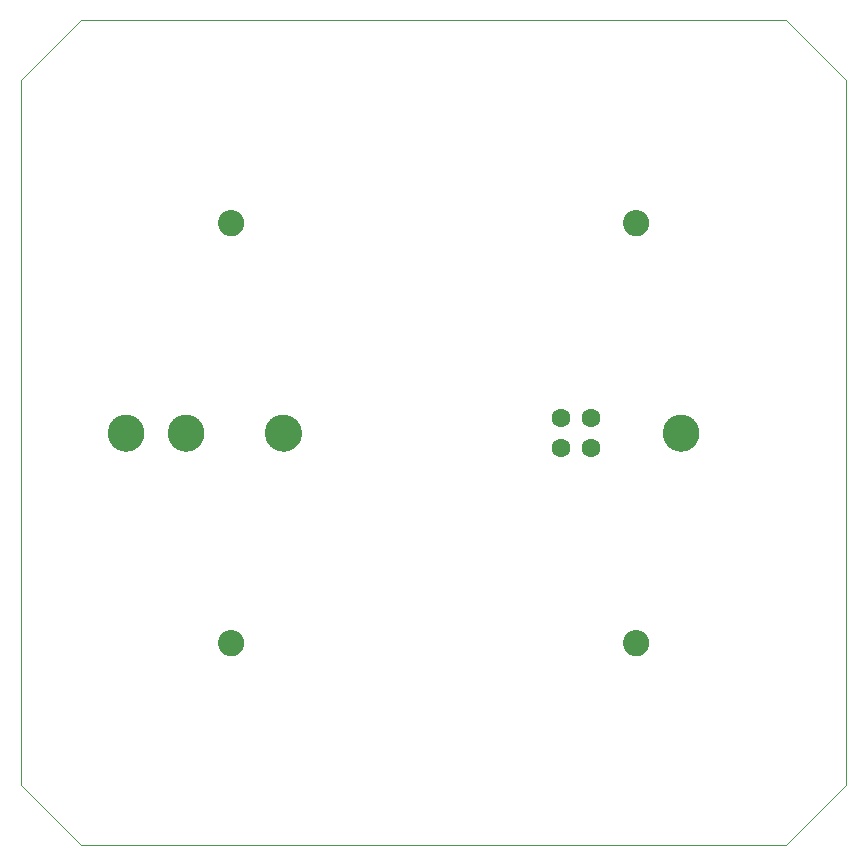
<source format=gbs>
G75*
%MOIN*%
%OFA0B0*%
%FSLAX25Y25*%
%IPPOS*%
%LPD*%
%AMOC8*
5,1,8,0,0,1.08239X$1,22.5*
%
%ADD10C,0.00000*%
%ADD11C,0.12211*%
%ADD12C,0.08668*%
%ADD13C,0.06306*%
D10*
X0033342Y0048933D02*
X0033342Y0283933D01*
X0053342Y0303933D01*
X0058302Y0303894D01*
X0053342Y0303933D02*
X0288342Y0303933D01*
X0308342Y0283933D01*
X0308342Y0048933D01*
X0288342Y0028933D01*
X0053342Y0028933D01*
X0033342Y0048933D01*
X0099208Y0096433D02*
X0099210Y0096561D01*
X0099216Y0096689D01*
X0099226Y0096816D01*
X0099240Y0096944D01*
X0099257Y0097070D01*
X0099279Y0097196D01*
X0099305Y0097322D01*
X0099334Y0097446D01*
X0099367Y0097570D01*
X0099404Y0097692D01*
X0099445Y0097813D01*
X0099490Y0097933D01*
X0099538Y0098052D01*
X0099590Y0098169D01*
X0099646Y0098284D01*
X0099705Y0098398D01*
X0099767Y0098509D01*
X0099833Y0098619D01*
X0099902Y0098726D01*
X0099975Y0098832D01*
X0100051Y0098935D01*
X0100130Y0099035D01*
X0100212Y0099134D01*
X0100297Y0099229D01*
X0100385Y0099322D01*
X0100476Y0099412D01*
X0100569Y0099499D01*
X0100666Y0099584D01*
X0100764Y0099665D01*
X0100866Y0099743D01*
X0100969Y0099818D01*
X0101075Y0099890D01*
X0101183Y0099959D01*
X0101293Y0100024D01*
X0101406Y0100085D01*
X0101520Y0100144D01*
X0101635Y0100198D01*
X0101753Y0100249D01*
X0101871Y0100297D01*
X0101992Y0100340D01*
X0102113Y0100380D01*
X0102236Y0100416D01*
X0102360Y0100449D01*
X0102485Y0100477D01*
X0102610Y0100502D01*
X0102736Y0100522D01*
X0102863Y0100539D01*
X0102991Y0100552D01*
X0103118Y0100561D01*
X0103246Y0100566D01*
X0103374Y0100567D01*
X0103502Y0100564D01*
X0103630Y0100557D01*
X0103757Y0100546D01*
X0103884Y0100531D01*
X0104011Y0100513D01*
X0104137Y0100490D01*
X0104262Y0100463D01*
X0104386Y0100433D01*
X0104509Y0100399D01*
X0104632Y0100361D01*
X0104753Y0100319D01*
X0104872Y0100273D01*
X0104990Y0100224D01*
X0105107Y0100171D01*
X0105222Y0100115D01*
X0105335Y0100055D01*
X0105446Y0099992D01*
X0105555Y0099925D01*
X0105662Y0099855D01*
X0105767Y0099781D01*
X0105869Y0099705D01*
X0105969Y0099625D01*
X0106067Y0099542D01*
X0106162Y0099456D01*
X0106254Y0099367D01*
X0106343Y0099276D01*
X0106430Y0099182D01*
X0106513Y0099085D01*
X0106594Y0098985D01*
X0106671Y0098884D01*
X0106746Y0098779D01*
X0106817Y0098673D01*
X0106884Y0098564D01*
X0106949Y0098454D01*
X0107009Y0098341D01*
X0107067Y0098227D01*
X0107120Y0098111D01*
X0107170Y0097993D01*
X0107217Y0097874D01*
X0107260Y0097753D01*
X0107299Y0097631D01*
X0107334Y0097508D01*
X0107365Y0097384D01*
X0107393Y0097259D01*
X0107416Y0097133D01*
X0107436Y0097007D01*
X0107452Y0096880D01*
X0107464Y0096753D01*
X0107472Y0096625D01*
X0107476Y0096497D01*
X0107476Y0096369D01*
X0107472Y0096241D01*
X0107464Y0096113D01*
X0107452Y0095986D01*
X0107436Y0095859D01*
X0107416Y0095733D01*
X0107393Y0095607D01*
X0107365Y0095482D01*
X0107334Y0095358D01*
X0107299Y0095235D01*
X0107260Y0095113D01*
X0107217Y0094992D01*
X0107170Y0094873D01*
X0107120Y0094755D01*
X0107067Y0094639D01*
X0107009Y0094525D01*
X0106949Y0094412D01*
X0106884Y0094302D01*
X0106817Y0094193D01*
X0106746Y0094087D01*
X0106671Y0093982D01*
X0106594Y0093881D01*
X0106513Y0093781D01*
X0106430Y0093684D01*
X0106343Y0093590D01*
X0106254Y0093499D01*
X0106162Y0093410D01*
X0106067Y0093324D01*
X0105969Y0093241D01*
X0105869Y0093161D01*
X0105767Y0093085D01*
X0105662Y0093011D01*
X0105555Y0092941D01*
X0105446Y0092874D01*
X0105335Y0092811D01*
X0105222Y0092751D01*
X0105107Y0092695D01*
X0104990Y0092642D01*
X0104872Y0092593D01*
X0104753Y0092547D01*
X0104632Y0092505D01*
X0104509Y0092467D01*
X0104386Y0092433D01*
X0104262Y0092403D01*
X0104137Y0092376D01*
X0104011Y0092353D01*
X0103884Y0092335D01*
X0103757Y0092320D01*
X0103630Y0092309D01*
X0103502Y0092302D01*
X0103374Y0092299D01*
X0103246Y0092300D01*
X0103118Y0092305D01*
X0102991Y0092314D01*
X0102863Y0092327D01*
X0102736Y0092344D01*
X0102610Y0092364D01*
X0102485Y0092389D01*
X0102360Y0092417D01*
X0102236Y0092450D01*
X0102113Y0092486D01*
X0101992Y0092526D01*
X0101871Y0092569D01*
X0101753Y0092617D01*
X0101635Y0092668D01*
X0101520Y0092722D01*
X0101406Y0092781D01*
X0101293Y0092842D01*
X0101183Y0092907D01*
X0101075Y0092976D01*
X0100969Y0093048D01*
X0100866Y0093123D01*
X0100764Y0093201D01*
X0100666Y0093282D01*
X0100569Y0093367D01*
X0100476Y0093454D01*
X0100385Y0093544D01*
X0100297Y0093637D01*
X0100212Y0093732D01*
X0100130Y0093831D01*
X0100051Y0093931D01*
X0099975Y0094034D01*
X0099902Y0094140D01*
X0099833Y0094247D01*
X0099767Y0094357D01*
X0099705Y0094468D01*
X0099646Y0094582D01*
X0099590Y0094697D01*
X0099538Y0094814D01*
X0099490Y0094933D01*
X0099445Y0095053D01*
X0099404Y0095174D01*
X0099367Y0095296D01*
X0099334Y0095420D01*
X0099305Y0095544D01*
X0099279Y0095670D01*
X0099257Y0095796D01*
X0099240Y0095922D01*
X0099226Y0096050D01*
X0099216Y0096177D01*
X0099210Y0096305D01*
X0099208Y0096433D01*
X0082436Y0166433D02*
X0082438Y0166586D01*
X0082444Y0166740D01*
X0082454Y0166893D01*
X0082468Y0167045D01*
X0082486Y0167198D01*
X0082508Y0167349D01*
X0082533Y0167500D01*
X0082563Y0167651D01*
X0082597Y0167801D01*
X0082634Y0167949D01*
X0082675Y0168097D01*
X0082720Y0168243D01*
X0082769Y0168389D01*
X0082822Y0168533D01*
X0082878Y0168675D01*
X0082938Y0168816D01*
X0083002Y0168956D01*
X0083069Y0169094D01*
X0083140Y0169230D01*
X0083215Y0169364D01*
X0083292Y0169496D01*
X0083374Y0169626D01*
X0083458Y0169754D01*
X0083546Y0169880D01*
X0083637Y0170003D01*
X0083731Y0170124D01*
X0083829Y0170242D01*
X0083929Y0170358D01*
X0084033Y0170471D01*
X0084139Y0170582D01*
X0084248Y0170690D01*
X0084360Y0170795D01*
X0084474Y0170896D01*
X0084592Y0170995D01*
X0084711Y0171091D01*
X0084833Y0171184D01*
X0084958Y0171273D01*
X0085085Y0171360D01*
X0085214Y0171442D01*
X0085345Y0171522D01*
X0085478Y0171598D01*
X0085613Y0171671D01*
X0085750Y0171740D01*
X0085889Y0171805D01*
X0086029Y0171867D01*
X0086171Y0171925D01*
X0086314Y0171980D01*
X0086459Y0172031D01*
X0086605Y0172078D01*
X0086752Y0172121D01*
X0086900Y0172160D01*
X0087049Y0172196D01*
X0087199Y0172227D01*
X0087350Y0172255D01*
X0087501Y0172279D01*
X0087654Y0172299D01*
X0087806Y0172315D01*
X0087959Y0172327D01*
X0088112Y0172335D01*
X0088265Y0172339D01*
X0088419Y0172339D01*
X0088572Y0172335D01*
X0088725Y0172327D01*
X0088878Y0172315D01*
X0089030Y0172299D01*
X0089183Y0172279D01*
X0089334Y0172255D01*
X0089485Y0172227D01*
X0089635Y0172196D01*
X0089784Y0172160D01*
X0089932Y0172121D01*
X0090079Y0172078D01*
X0090225Y0172031D01*
X0090370Y0171980D01*
X0090513Y0171925D01*
X0090655Y0171867D01*
X0090795Y0171805D01*
X0090934Y0171740D01*
X0091071Y0171671D01*
X0091206Y0171598D01*
X0091339Y0171522D01*
X0091470Y0171442D01*
X0091599Y0171360D01*
X0091726Y0171273D01*
X0091851Y0171184D01*
X0091973Y0171091D01*
X0092092Y0170995D01*
X0092210Y0170896D01*
X0092324Y0170795D01*
X0092436Y0170690D01*
X0092545Y0170582D01*
X0092651Y0170471D01*
X0092755Y0170358D01*
X0092855Y0170242D01*
X0092953Y0170124D01*
X0093047Y0170003D01*
X0093138Y0169880D01*
X0093226Y0169754D01*
X0093310Y0169626D01*
X0093392Y0169496D01*
X0093469Y0169364D01*
X0093544Y0169230D01*
X0093615Y0169094D01*
X0093682Y0168956D01*
X0093746Y0168816D01*
X0093806Y0168675D01*
X0093862Y0168533D01*
X0093915Y0168389D01*
X0093964Y0168243D01*
X0094009Y0168097D01*
X0094050Y0167949D01*
X0094087Y0167801D01*
X0094121Y0167651D01*
X0094151Y0167500D01*
X0094176Y0167349D01*
X0094198Y0167198D01*
X0094216Y0167045D01*
X0094230Y0166893D01*
X0094240Y0166740D01*
X0094246Y0166586D01*
X0094248Y0166433D01*
X0094246Y0166280D01*
X0094240Y0166126D01*
X0094230Y0165973D01*
X0094216Y0165821D01*
X0094198Y0165668D01*
X0094176Y0165517D01*
X0094151Y0165366D01*
X0094121Y0165215D01*
X0094087Y0165065D01*
X0094050Y0164917D01*
X0094009Y0164769D01*
X0093964Y0164623D01*
X0093915Y0164477D01*
X0093862Y0164333D01*
X0093806Y0164191D01*
X0093746Y0164050D01*
X0093682Y0163910D01*
X0093615Y0163772D01*
X0093544Y0163636D01*
X0093469Y0163502D01*
X0093392Y0163370D01*
X0093310Y0163240D01*
X0093226Y0163112D01*
X0093138Y0162986D01*
X0093047Y0162863D01*
X0092953Y0162742D01*
X0092855Y0162624D01*
X0092755Y0162508D01*
X0092651Y0162395D01*
X0092545Y0162284D01*
X0092436Y0162176D01*
X0092324Y0162071D01*
X0092210Y0161970D01*
X0092092Y0161871D01*
X0091973Y0161775D01*
X0091851Y0161682D01*
X0091726Y0161593D01*
X0091599Y0161506D01*
X0091470Y0161424D01*
X0091339Y0161344D01*
X0091206Y0161268D01*
X0091071Y0161195D01*
X0090934Y0161126D01*
X0090795Y0161061D01*
X0090655Y0160999D01*
X0090513Y0160941D01*
X0090370Y0160886D01*
X0090225Y0160835D01*
X0090079Y0160788D01*
X0089932Y0160745D01*
X0089784Y0160706D01*
X0089635Y0160670D01*
X0089485Y0160639D01*
X0089334Y0160611D01*
X0089183Y0160587D01*
X0089030Y0160567D01*
X0088878Y0160551D01*
X0088725Y0160539D01*
X0088572Y0160531D01*
X0088419Y0160527D01*
X0088265Y0160527D01*
X0088112Y0160531D01*
X0087959Y0160539D01*
X0087806Y0160551D01*
X0087654Y0160567D01*
X0087501Y0160587D01*
X0087350Y0160611D01*
X0087199Y0160639D01*
X0087049Y0160670D01*
X0086900Y0160706D01*
X0086752Y0160745D01*
X0086605Y0160788D01*
X0086459Y0160835D01*
X0086314Y0160886D01*
X0086171Y0160941D01*
X0086029Y0160999D01*
X0085889Y0161061D01*
X0085750Y0161126D01*
X0085613Y0161195D01*
X0085478Y0161268D01*
X0085345Y0161344D01*
X0085214Y0161424D01*
X0085085Y0161506D01*
X0084958Y0161593D01*
X0084833Y0161682D01*
X0084711Y0161775D01*
X0084592Y0161871D01*
X0084474Y0161970D01*
X0084360Y0162071D01*
X0084248Y0162176D01*
X0084139Y0162284D01*
X0084033Y0162395D01*
X0083929Y0162508D01*
X0083829Y0162624D01*
X0083731Y0162742D01*
X0083637Y0162863D01*
X0083546Y0162986D01*
X0083458Y0163112D01*
X0083374Y0163240D01*
X0083292Y0163370D01*
X0083215Y0163502D01*
X0083140Y0163636D01*
X0083069Y0163772D01*
X0083002Y0163910D01*
X0082938Y0164050D01*
X0082878Y0164191D01*
X0082822Y0164333D01*
X0082769Y0164477D01*
X0082720Y0164623D01*
X0082675Y0164769D01*
X0082634Y0164917D01*
X0082597Y0165065D01*
X0082563Y0165215D01*
X0082533Y0165366D01*
X0082508Y0165517D01*
X0082486Y0165668D01*
X0082468Y0165821D01*
X0082454Y0165973D01*
X0082444Y0166126D01*
X0082438Y0166280D01*
X0082436Y0166433D01*
X0062436Y0166433D02*
X0062438Y0166586D01*
X0062444Y0166740D01*
X0062454Y0166893D01*
X0062468Y0167045D01*
X0062486Y0167198D01*
X0062508Y0167349D01*
X0062533Y0167500D01*
X0062563Y0167651D01*
X0062597Y0167801D01*
X0062634Y0167949D01*
X0062675Y0168097D01*
X0062720Y0168243D01*
X0062769Y0168389D01*
X0062822Y0168533D01*
X0062878Y0168675D01*
X0062938Y0168816D01*
X0063002Y0168956D01*
X0063069Y0169094D01*
X0063140Y0169230D01*
X0063215Y0169364D01*
X0063292Y0169496D01*
X0063374Y0169626D01*
X0063458Y0169754D01*
X0063546Y0169880D01*
X0063637Y0170003D01*
X0063731Y0170124D01*
X0063829Y0170242D01*
X0063929Y0170358D01*
X0064033Y0170471D01*
X0064139Y0170582D01*
X0064248Y0170690D01*
X0064360Y0170795D01*
X0064474Y0170896D01*
X0064592Y0170995D01*
X0064711Y0171091D01*
X0064833Y0171184D01*
X0064958Y0171273D01*
X0065085Y0171360D01*
X0065214Y0171442D01*
X0065345Y0171522D01*
X0065478Y0171598D01*
X0065613Y0171671D01*
X0065750Y0171740D01*
X0065889Y0171805D01*
X0066029Y0171867D01*
X0066171Y0171925D01*
X0066314Y0171980D01*
X0066459Y0172031D01*
X0066605Y0172078D01*
X0066752Y0172121D01*
X0066900Y0172160D01*
X0067049Y0172196D01*
X0067199Y0172227D01*
X0067350Y0172255D01*
X0067501Y0172279D01*
X0067654Y0172299D01*
X0067806Y0172315D01*
X0067959Y0172327D01*
X0068112Y0172335D01*
X0068265Y0172339D01*
X0068419Y0172339D01*
X0068572Y0172335D01*
X0068725Y0172327D01*
X0068878Y0172315D01*
X0069030Y0172299D01*
X0069183Y0172279D01*
X0069334Y0172255D01*
X0069485Y0172227D01*
X0069635Y0172196D01*
X0069784Y0172160D01*
X0069932Y0172121D01*
X0070079Y0172078D01*
X0070225Y0172031D01*
X0070370Y0171980D01*
X0070513Y0171925D01*
X0070655Y0171867D01*
X0070795Y0171805D01*
X0070934Y0171740D01*
X0071071Y0171671D01*
X0071206Y0171598D01*
X0071339Y0171522D01*
X0071470Y0171442D01*
X0071599Y0171360D01*
X0071726Y0171273D01*
X0071851Y0171184D01*
X0071973Y0171091D01*
X0072092Y0170995D01*
X0072210Y0170896D01*
X0072324Y0170795D01*
X0072436Y0170690D01*
X0072545Y0170582D01*
X0072651Y0170471D01*
X0072755Y0170358D01*
X0072855Y0170242D01*
X0072953Y0170124D01*
X0073047Y0170003D01*
X0073138Y0169880D01*
X0073226Y0169754D01*
X0073310Y0169626D01*
X0073392Y0169496D01*
X0073469Y0169364D01*
X0073544Y0169230D01*
X0073615Y0169094D01*
X0073682Y0168956D01*
X0073746Y0168816D01*
X0073806Y0168675D01*
X0073862Y0168533D01*
X0073915Y0168389D01*
X0073964Y0168243D01*
X0074009Y0168097D01*
X0074050Y0167949D01*
X0074087Y0167801D01*
X0074121Y0167651D01*
X0074151Y0167500D01*
X0074176Y0167349D01*
X0074198Y0167198D01*
X0074216Y0167045D01*
X0074230Y0166893D01*
X0074240Y0166740D01*
X0074246Y0166586D01*
X0074248Y0166433D01*
X0074246Y0166280D01*
X0074240Y0166126D01*
X0074230Y0165973D01*
X0074216Y0165821D01*
X0074198Y0165668D01*
X0074176Y0165517D01*
X0074151Y0165366D01*
X0074121Y0165215D01*
X0074087Y0165065D01*
X0074050Y0164917D01*
X0074009Y0164769D01*
X0073964Y0164623D01*
X0073915Y0164477D01*
X0073862Y0164333D01*
X0073806Y0164191D01*
X0073746Y0164050D01*
X0073682Y0163910D01*
X0073615Y0163772D01*
X0073544Y0163636D01*
X0073469Y0163502D01*
X0073392Y0163370D01*
X0073310Y0163240D01*
X0073226Y0163112D01*
X0073138Y0162986D01*
X0073047Y0162863D01*
X0072953Y0162742D01*
X0072855Y0162624D01*
X0072755Y0162508D01*
X0072651Y0162395D01*
X0072545Y0162284D01*
X0072436Y0162176D01*
X0072324Y0162071D01*
X0072210Y0161970D01*
X0072092Y0161871D01*
X0071973Y0161775D01*
X0071851Y0161682D01*
X0071726Y0161593D01*
X0071599Y0161506D01*
X0071470Y0161424D01*
X0071339Y0161344D01*
X0071206Y0161268D01*
X0071071Y0161195D01*
X0070934Y0161126D01*
X0070795Y0161061D01*
X0070655Y0160999D01*
X0070513Y0160941D01*
X0070370Y0160886D01*
X0070225Y0160835D01*
X0070079Y0160788D01*
X0069932Y0160745D01*
X0069784Y0160706D01*
X0069635Y0160670D01*
X0069485Y0160639D01*
X0069334Y0160611D01*
X0069183Y0160587D01*
X0069030Y0160567D01*
X0068878Y0160551D01*
X0068725Y0160539D01*
X0068572Y0160531D01*
X0068419Y0160527D01*
X0068265Y0160527D01*
X0068112Y0160531D01*
X0067959Y0160539D01*
X0067806Y0160551D01*
X0067654Y0160567D01*
X0067501Y0160587D01*
X0067350Y0160611D01*
X0067199Y0160639D01*
X0067049Y0160670D01*
X0066900Y0160706D01*
X0066752Y0160745D01*
X0066605Y0160788D01*
X0066459Y0160835D01*
X0066314Y0160886D01*
X0066171Y0160941D01*
X0066029Y0160999D01*
X0065889Y0161061D01*
X0065750Y0161126D01*
X0065613Y0161195D01*
X0065478Y0161268D01*
X0065345Y0161344D01*
X0065214Y0161424D01*
X0065085Y0161506D01*
X0064958Y0161593D01*
X0064833Y0161682D01*
X0064711Y0161775D01*
X0064592Y0161871D01*
X0064474Y0161970D01*
X0064360Y0162071D01*
X0064248Y0162176D01*
X0064139Y0162284D01*
X0064033Y0162395D01*
X0063929Y0162508D01*
X0063829Y0162624D01*
X0063731Y0162742D01*
X0063637Y0162863D01*
X0063546Y0162986D01*
X0063458Y0163112D01*
X0063374Y0163240D01*
X0063292Y0163370D01*
X0063215Y0163502D01*
X0063140Y0163636D01*
X0063069Y0163772D01*
X0063002Y0163910D01*
X0062938Y0164050D01*
X0062878Y0164191D01*
X0062822Y0164333D01*
X0062769Y0164477D01*
X0062720Y0164623D01*
X0062675Y0164769D01*
X0062634Y0164917D01*
X0062597Y0165065D01*
X0062563Y0165215D01*
X0062533Y0165366D01*
X0062508Y0165517D01*
X0062486Y0165668D01*
X0062468Y0165821D01*
X0062454Y0165973D01*
X0062444Y0166126D01*
X0062438Y0166280D01*
X0062436Y0166433D01*
X0114936Y0166433D02*
X0114938Y0166586D01*
X0114944Y0166740D01*
X0114954Y0166893D01*
X0114968Y0167045D01*
X0114986Y0167198D01*
X0115008Y0167349D01*
X0115033Y0167500D01*
X0115063Y0167651D01*
X0115097Y0167801D01*
X0115134Y0167949D01*
X0115175Y0168097D01*
X0115220Y0168243D01*
X0115269Y0168389D01*
X0115322Y0168533D01*
X0115378Y0168675D01*
X0115438Y0168816D01*
X0115502Y0168956D01*
X0115569Y0169094D01*
X0115640Y0169230D01*
X0115715Y0169364D01*
X0115792Y0169496D01*
X0115874Y0169626D01*
X0115958Y0169754D01*
X0116046Y0169880D01*
X0116137Y0170003D01*
X0116231Y0170124D01*
X0116329Y0170242D01*
X0116429Y0170358D01*
X0116533Y0170471D01*
X0116639Y0170582D01*
X0116748Y0170690D01*
X0116860Y0170795D01*
X0116974Y0170896D01*
X0117092Y0170995D01*
X0117211Y0171091D01*
X0117333Y0171184D01*
X0117458Y0171273D01*
X0117585Y0171360D01*
X0117714Y0171442D01*
X0117845Y0171522D01*
X0117978Y0171598D01*
X0118113Y0171671D01*
X0118250Y0171740D01*
X0118389Y0171805D01*
X0118529Y0171867D01*
X0118671Y0171925D01*
X0118814Y0171980D01*
X0118959Y0172031D01*
X0119105Y0172078D01*
X0119252Y0172121D01*
X0119400Y0172160D01*
X0119549Y0172196D01*
X0119699Y0172227D01*
X0119850Y0172255D01*
X0120001Y0172279D01*
X0120154Y0172299D01*
X0120306Y0172315D01*
X0120459Y0172327D01*
X0120612Y0172335D01*
X0120765Y0172339D01*
X0120919Y0172339D01*
X0121072Y0172335D01*
X0121225Y0172327D01*
X0121378Y0172315D01*
X0121530Y0172299D01*
X0121683Y0172279D01*
X0121834Y0172255D01*
X0121985Y0172227D01*
X0122135Y0172196D01*
X0122284Y0172160D01*
X0122432Y0172121D01*
X0122579Y0172078D01*
X0122725Y0172031D01*
X0122870Y0171980D01*
X0123013Y0171925D01*
X0123155Y0171867D01*
X0123295Y0171805D01*
X0123434Y0171740D01*
X0123571Y0171671D01*
X0123706Y0171598D01*
X0123839Y0171522D01*
X0123970Y0171442D01*
X0124099Y0171360D01*
X0124226Y0171273D01*
X0124351Y0171184D01*
X0124473Y0171091D01*
X0124592Y0170995D01*
X0124710Y0170896D01*
X0124824Y0170795D01*
X0124936Y0170690D01*
X0125045Y0170582D01*
X0125151Y0170471D01*
X0125255Y0170358D01*
X0125355Y0170242D01*
X0125453Y0170124D01*
X0125547Y0170003D01*
X0125638Y0169880D01*
X0125726Y0169754D01*
X0125810Y0169626D01*
X0125892Y0169496D01*
X0125969Y0169364D01*
X0126044Y0169230D01*
X0126115Y0169094D01*
X0126182Y0168956D01*
X0126246Y0168816D01*
X0126306Y0168675D01*
X0126362Y0168533D01*
X0126415Y0168389D01*
X0126464Y0168243D01*
X0126509Y0168097D01*
X0126550Y0167949D01*
X0126587Y0167801D01*
X0126621Y0167651D01*
X0126651Y0167500D01*
X0126676Y0167349D01*
X0126698Y0167198D01*
X0126716Y0167045D01*
X0126730Y0166893D01*
X0126740Y0166740D01*
X0126746Y0166586D01*
X0126748Y0166433D01*
X0126746Y0166280D01*
X0126740Y0166126D01*
X0126730Y0165973D01*
X0126716Y0165821D01*
X0126698Y0165668D01*
X0126676Y0165517D01*
X0126651Y0165366D01*
X0126621Y0165215D01*
X0126587Y0165065D01*
X0126550Y0164917D01*
X0126509Y0164769D01*
X0126464Y0164623D01*
X0126415Y0164477D01*
X0126362Y0164333D01*
X0126306Y0164191D01*
X0126246Y0164050D01*
X0126182Y0163910D01*
X0126115Y0163772D01*
X0126044Y0163636D01*
X0125969Y0163502D01*
X0125892Y0163370D01*
X0125810Y0163240D01*
X0125726Y0163112D01*
X0125638Y0162986D01*
X0125547Y0162863D01*
X0125453Y0162742D01*
X0125355Y0162624D01*
X0125255Y0162508D01*
X0125151Y0162395D01*
X0125045Y0162284D01*
X0124936Y0162176D01*
X0124824Y0162071D01*
X0124710Y0161970D01*
X0124592Y0161871D01*
X0124473Y0161775D01*
X0124351Y0161682D01*
X0124226Y0161593D01*
X0124099Y0161506D01*
X0123970Y0161424D01*
X0123839Y0161344D01*
X0123706Y0161268D01*
X0123571Y0161195D01*
X0123434Y0161126D01*
X0123295Y0161061D01*
X0123155Y0160999D01*
X0123013Y0160941D01*
X0122870Y0160886D01*
X0122725Y0160835D01*
X0122579Y0160788D01*
X0122432Y0160745D01*
X0122284Y0160706D01*
X0122135Y0160670D01*
X0121985Y0160639D01*
X0121834Y0160611D01*
X0121683Y0160587D01*
X0121530Y0160567D01*
X0121378Y0160551D01*
X0121225Y0160539D01*
X0121072Y0160531D01*
X0120919Y0160527D01*
X0120765Y0160527D01*
X0120612Y0160531D01*
X0120459Y0160539D01*
X0120306Y0160551D01*
X0120154Y0160567D01*
X0120001Y0160587D01*
X0119850Y0160611D01*
X0119699Y0160639D01*
X0119549Y0160670D01*
X0119400Y0160706D01*
X0119252Y0160745D01*
X0119105Y0160788D01*
X0118959Y0160835D01*
X0118814Y0160886D01*
X0118671Y0160941D01*
X0118529Y0160999D01*
X0118389Y0161061D01*
X0118250Y0161126D01*
X0118113Y0161195D01*
X0117978Y0161268D01*
X0117845Y0161344D01*
X0117714Y0161424D01*
X0117585Y0161506D01*
X0117458Y0161593D01*
X0117333Y0161682D01*
X0117211Y0161775D01*
X0117092Y0161871D01*
X0116974Y0161970D01*
X0116860Y0162071D01*
X0116748Y0162176D01*
X0116639Y0162284D01*
X0116533Y0162395D01*
X0116429Y0162508D01*
X0116329Y0162624D01*
X0116231Y0162742D01*
X0116137Y0162863D01*
X0116046Y0162986D01*
X0115958Y0163112D01*
X0115874Y0163240D01*
X0115792Y0163370D01*
X0115715Y0163502D01*
X0115640Y0163636D01*
X0115569Y0163772D01*
X0115502Y0163910D01*
X0115438Y0164050D01*
X0115378Y0164191D01*
X0115322Y0164333D01*
X0115269Y0164477D01*
X0115220Y0164623D01*
X0115175Y0164769D01*
X0115134Y0164917D01*
X0115097Y0165065D01*
X0115063Y0165215D01*
X0115033Y0165366D01*
X0115008Y0165517D01*
X0114986Y0165668D01*
X0114968Y0165821D01*
X0114954Y0165973D01*
X0114944Y0166126D01*
X0114938Y0166280D01*
X0114936Y0166433D01*
X0099208Y0236433D02*
X0099210Y0236561D01*
X0099216Y0236689D01*
X0099226Y0236816D01*
X0099240Y0236944D01*
X0099257Y0237070D01*
X0099279Y0237196D01*
X0099305Y0237322D01*
X0099334Y0237446D01*
X0099367Y0237570D01*
X0099404Y0237692D01*
X0099445Y0237813D01*
X0099490Y0237933D01*
X0099538Y0238052D01*
X0099590Y0238169D01*
X0099646Y0238284D01*
X0099705Y0238398D01*
X0099767Y0238509D01*
X0099833Y0238619D01*
X0099902Y0238726D01*
X0099975Y0238832D01*
X0100051Y0238935D01*
X0100130Y0239035D01*
X0100212Y0239134D01*
X0100297Y0239229D01*
X0100385Y0239322D01*
X0100476Y0239412D01*
X0100569Y0239499D01*
X0100666Y0239584D01*
X0100764Y0239665D01*
X0100866Y0239743D01*
X0100969Y0239818D01*
X0101075Y0239890D01*
X0101183Y0239959D01*
X0101293Y0240024D01*
X0101406Y0240085D01*
X0101520Y0240144D01*
X0101635Y0240198D01*
X0101753Y0240249D01*
X0101871Y0240297D01*
X0101992Y0240340D01*
X0102113Y0240380D01*
X0102236Y0240416D01*
X0102360Y0240449D01*
X0102485Y0240477D01*
X0102610Y0240502D01*
X0102736Y0240522D01*
X0102863Y0240539D01*
X0102991Y0240552D01*
X0103118Y0240561D01*
X0103246Y0240566D01*
X0103374Y0240567D01*
X0103502Y0240564D01*
X0103630Y0240557D01*
X0103757Y0240546D01*
X0103884Y0240531D01*
X0104011Y0240513D01*
X0104137Y0240490D01*
X0104262Y0240463D01*
X0104386Y0240433D01*
X0104509Y0240399D01*
X0104632Y0240361D01*
X0104753Y0240319D01*
X0104872Y0240273D01*
X0104990Y0240224D01*
X0105107Y0240171D01*
X0105222Y0240115D01*
X0105335Y0240055D01*
X0105446Y0239992D01*
X0105555Y0239925D01*
X0105662Y0239855D01*
X0105767Y0239781D01*
X0105869Y0239705D01*
X0105969Y0239625D01*
X0106067Y0239542D01*
X0106162Y0239456D01*
X0106254Y0239367D01*
X0106343Y0239276D01*
X0106430Y0239182D01*
X0106513Y0239085D01*
X0106594Y0238985D01*
X0106671Y0238884D01*
X0106746Y0238779D01*
X0106817Y0238673D01*
X0106884Y0238564D01*
X0106949Y0238454D01*
X0107009Y0238341D01*
X0107067Y0238227D01*
X0107120Y0238111D01*
X0107170Y0237993D01*
X0107217Y0237874D01*
X0107260Y0237753D01*
X0107299Y0237631D01*
X0107334Y0237508D01*
X0107365Y0237384D01*
X0107393Y0237259D01*
X0107416Y0237133D01*
X0107436Y0237007D01*
X0107452Y0236880D01*
X0107464Y0236753D01*
X0107472Y0236625D01*
X0107476Y0236497D01*
X0107476Y0236369D01*
X0107472Y0236241D01*
X0107464Y0236113D01*
X0107452Y0235986D01*
X0107436Y0235859D01*
X0107416Y0235733D01*
X0107393Y0235607D01*
X0107365Y0235482D01*
X0107334Y0235358D01*
X0107299Y0235235D01*
X0107260Y0235113D01*
X0107217Y0234992D01*
X0107170Y0234873D01*
X0107120Y0234755D01*
X0107067Y0234639D01*
X0107009Y0234525D01*
X0106949Y0234412D01*
X0106884Y0234302D01*
X0106817Y0234193D01*
X0106746Y0234087D01*
X0106671Y0233982D01*
X0106594Y0233881D01*
X0106513Y0233781D01*
X0106430Y0233684D01*
X0106343Y0233590D01*
X0106254Y0233499D01*
X0106162Y0233410D01*
X0106067Y0233324D01*
X0105969Y0233241D01*
X0105869Y0233161D01*
X0105767Y0233085D01*
X0105662Y0233011D01*
X0105555Y0232941D01*
X0105446Y0232874D01*
X0105335Y0232811D01*
X0105222Y0232751D01*
X0105107Y0232695D01*
X0104990Y0232642D01*
X0104872Y0232593D01*
X0104753Y0232547D01*
X0104632Y0232505D01*
X0104509Y0232467D01*
X0104386Y0232433D01*
X0104262Y0232403D01*
X0104137Y0232376D01*
X0104011Y0232353D01*
X0103884Y0232335D01*
X0103757Y0232320D01*
X0103630Y0232309D01*
X0103502Y0232302D01*
X0103374Y0232299D01*
X0103246Y0232300D01*
X0103118Y0232305D01*
X0102991Y0232314D01*
X0102863Y0232327D01*
X0102736Y0232344D01*
X0102610Y0232364D01*
X0102485Y0232389D01*
X0102360Y0232417D01*
X0102236Y0232450D01*
X0102113Y0232486D01*
X0101992Y0232526D01*
X0101871Y0232569D01*
X0101753Y0232617D01*
X0101635Y0232668D01*
X0101520Y0232722D01*
X0101406Y0232781D01*
X0101293Y0232842D01*
X0101183Y0232907D01*
X0101075Y0232976D01*
X0100969Y0233048D01*
X0100866Y0233123D01*
X0100764Y0233201D01*
X0100666Y0233282D01*
X0100569Y0233367D01*
X0100476Y0233454D01*
X0100385Y0233544D01*
X0100297Y0233637D01*
X0100212Y0233732D01*
X0100130Y0233831D01*
X0100051Y0233931D01*
X0099975Y0234034D01*
X0099902Y0234140D01*
X0099833Y0234247D01*
X0099767Y0234357D01*
X0099705Y0234468D01*
X0099646Y0234582D01*
X0099590Y0234697D01*
X0099538Y0234814D01*
X0099490Y0234933D01*
X0099445Y0235053D01*
X0099404Y0235174D01*
X0099367Y0235296D01*
X0099334Y0235420D01*
X0099305Y0235544D01*
X0099279Y0235670D01*
X0099257Y0235796D01*
X0099240Y0235922D01*
X0099226Y0236050D01*
X0099216Y0236177D01*
X0099210Y0236305D01*
X0099208Y0236433D01*
X0234208Y0236433D02*
X0234210Y0236561D01*
X0234216Y0236689D01*
X0234226Y0236816D01*
X0234240Y0236944D01*
X0234257Y0237070D01*
X0234279Y0237196D01*
X0234305Y0237322D01*
X0234334Y0237446D01*
X0234367Y0237570D01*
X0234404Y0237692D01*
X0234445Y0237813D01*
X0234490Y0237933D01*
X0234538Y0238052D01*
X0234590Y0238169D01*
X0234646Y0238284D01*
X0234705Y0238398D01*
X0234767Y0238509D01*
X0234833Y0238619D01*
X0234902Y0238726D01*
X0234975Y0238832D01*
X0235051Y0238935D01*
X0235130Y0239035D01*
X0235212Y0239134D01*
X0235297Y0239229D01*
X0235385Y0239322D01*
X0235476Y0239412D01*
X0235569Y0239499D01*
X0235666Y0239584D01*
X0235764Y0239665D01*
X0235866Y0239743D01*
X0235969Y0239818D01*
X0236075Y0239890D01*
X0236183Y0239959D01*
X0236293Y0240024D01*
X0236406Y0240085D01*
X0236520Y0240144D01*
X0236635Y0240198D01*
X0236753Y0240249D01*
X0236871Y0240297D01*
X0236992Y0240340D01*
X0237113Y0240380D01*
X0237236Y0240416D01*
X0237360Y0240449D01*
X0237485Y0240477D01*
X0237610Y0240502D01*
X0237736Y0240522D01*
X0237863Y0240539D01*
X0237991Y0240552D01*
X0238118Y0240561D01*
X0238246Y0240566D01*
X0238374Y0240567D01*
X0238502Y0240564D01*
X0238630Y0240557D01*
X0238757Y0240546D01*
X0238884Y0240531D01*
X0239011Y0240513D01*
X0239137Y0240490D01*
X0239262Y0240463D01*
X0239386Y0240433D01*
X0239509Y0240399D01*
X0239632Y0240361D01*
X0239753Y0240319D01*
X0239872Y0240273D01*
X0239990Y0240224D01*
X0240107Y0240171D01*
X0240222Y0240115D01*
X0240335Y0240055D01*
X0240446Y0239992D01*
X0240555Y0239925D01*
X0240662Y0239855D01*
X0240767Y0239781D01*
X0240869Y0239705D01*
X0240969Y0239625D01*
X0241067Y0239542D01*
X0241162Y0239456D01*
X0241254Y0239367D01*
X0241343Y0239276D01*
X0241430Y0239182D01*
X0241513Y0239085D01*
X0241594Y0238985D01*
X0241671Y0238884D01*
X0241746Y0238779D01*
X0241817Y0238673D01*
X0241884Y0238564D01*
X0241949Y0238454D01*
X0242009Y0238341D01*
X0242067Y0238227D01*
X0242120Y0238111D01*
X0242170Y0237993D01*
X0242217Y0237874D01*
X0242260Y0237753D01*
X0242299Y0237631D01*
X0242334Y0237508D01*
X0242365Y0237384D01*
X0242393Y0237259D01*
X0242416Y0237133D01*
X0242436Y0237007D01*
X0242452Y0236880D01*
X0242464Y0236753D01*
X0242472Y0236625D01*
X0242476Y0236497D01*
X0242476Y0236369D01*
X0242472Y0236241D01*
X0242464Y0236113D01*
X0242452Y0235986D01*
X0242436Y0235859D01*
X0242416Y0235733D01*
X0242393Y0235607D01*
X0242365Y0235482D01*
X0242334Y0235358D01*
X0242299Y0235235D01*
X0242260Y0235113D01*
X0242217Y0234992D01*
X0242170Y0234873D01*
X0242120Y0234755D01*
X0242067Y0234639D01*
X0242009Y0234525D01*
X0241949Y0234412D01*
X0241884Y0234302D01*
X0241817Y0234193D01*
X0241746Y0234087D01*
X0241671Y0233982D01*
X0241594Y0233881D01*
X0241513Y0233781D01*
X0241430Y0233684D01*
X0241343Y0233590D01*
X0241254Y0233499D01*
X0241162Y0233410D01*
X0241067Y0233324D01*
X0240969Y0233241D01*
X0240869Y0233161D01*
X0240767Y0233085D01*
X0240662Y0233011D01*
X0240555Y0232941D01*
X0240446Y0232874D01*
X0240335Y0232811D01*
X0240222Y0232751D01*
X0240107Y0232695D01*
X0239990Y0232642D01*
X0239872Y0232593D01*
X0239753Y0232547D01*
X0239632Y0232505D01*
X0239509Y0232467D01*
X0239386Y0232433D01*
X0239262Y0232403D01*
X0239137Y0232376D01*
X0239011Y0232353D01*
X0238884Y0232335D01*
X0238757Y0232320D01*
X0238630Y0232309D01*
X0238502Y0232302D01*
X0238374Y0232299D01*
X0238246Y0232300D01*
X0238118Y0232305D01*
X0237991Y0232314D01*
X0237863Y0232327D01*
X0237736Y0232344D01*
X0237610Y0232364D01*
X0237485Y0232389D01*
X0237360Y0232417D01*
X0237236Y0232450D01*
X0237113Y0232486D01*
X0236992Y0232526D01*
X0236871Y0232569D01*
X0236753Y0232617D01*
X0236635Y0232668D01*
X0236520Y0232722D01*
X0236406Y0232781D01*
X0236293Y0232842D01*
X0236183Y0232907D01*
X0236075Y0232976D01*
X0235969Y0233048D01*
X0235866Y0233123D01*
X0235764Y0233201D01*
X0235666Y0233282D01*
X0235569Y0233367D01*
X0235476Y0233454D01*
X0235385Y0233544D01*
X0235297Y0233637D01*
X0235212Y0233732D01*
X0235130Y0233831D01*
X0235051Y0233931D01*
X0234975Y0234034D01*
X0234902Y0234140D01*
X0234833Y0234247D01*
X0234767Y0234357D01*
X0234705Y0234468D01*
X0234646Y0234582D01*
X0234590Y0234697D01*
X0234538Y0234814D01*
X0234490Y0234933D01*
X0234445Y0235053D01*
X0234404Y0235174D01*
X0234367Y0235296D01*
X0234334Y0235420D01*
X0234305Y0235544D01*
X0234279Y0235670D01*
X0234257Y0235796D01*
X0234240Y0235922D01*
X0234226Y0236050D01*
X0234216Y0236177D01*
X0234210Y0236305D01*
X0234208Y0236433D01*
X0247436Y0166433D02*
X0247438Y0166586D01*
X0247444Y0166740D01*
X0247454Y0166893D01*
X0247468Y0167045D01*
X0247486Y0167198D01*
X0247508Y0167349D01*
X0247533Y0167500D01*
X0247563Y0167651D01*
X0247597Y0167801D01*
X0247634Y0167949D01*
X0247675Y0168097D01*
X0247720Y0168243D01*
X0247769Y0168389D01*
X0247822Y0168533D01*
X0247878Y0168675D01*
X0247938Y0168816D01*
X0248002Y0168956D01*
X0248069Y0169094D01*
X0248140Y0169230D01*
X0248215Y0169364D01*
X0248292Y0169496D01*
X0248374Y0169626D01*
X0248458Y0169754D01*
X0248546Y0169880D01*
X0248637Y0170003D01*
X0248731Y0170124D01*
X0248829Y0170242D01*
X0248929Y0170358D01*
X0249033Y0170471D01*
X0249139Y0170582D01*
X0249248Y0170690D01*
X0249360Y0170795D01*
X0249474Y0170896D01*
X0249592Y0170995D01*
X0249711Y0171091D01*
X0249833Y0171184D01*
X0249958Y0171273D01*
X0250085Y0171360D01*
X0250214Y0171442D01*
X0250345Y0171522D01*
X0250478Y0171598D01*
X0250613Y0171671D01*
X0250750Y0171740D01*
X0250889Y0171805D01*
X0251029Y0171867D01*
X0251171Y0171925D01*
X0251314Y0171980D01*
X0251459Y0172031D01*
X0251605Y0172078D01*
X0251752Y0172121D01*
X0251900Y0172160D01*
X0252049Y0172196D01*
X0252199Y0172227D01*
X0252350Y0172255D01*
X0252501Y0172279D01*
X0252654Y0172299D01*
X0252806Y0172315D01*
X0252959Y0172327D01*
X0253112Y0172335D01*
X0253265Y0172339D01*
X0253419Y0172339D01*
X0253572Y0172335D01*
X0253725Y0172327D01*
X0253878Y0172315D01*
X0254030Y0172299D01*
X0254183Y0172279D01*
X0254334Y0172255D01*
X0254485Y0172227D01*
X0254635Y0172196D01*
X0254784Y0172160D01*
X0254932Y0172121D01*
X0255079Y0172078D01*
X0255225Y0172031D01*
X0255370Y0171980D01*
X0255513Y0171925D01*
X0255655Y0171867D01*
X0255795Y0171805D01*
X0255934Y0171740D01*
X0256071Y0171671D01*
X0256206Y0171598D01*
X0256339Y0171522D01*
X0256470Y0171442D01*
X0256599Y0171360D01*
X0256726Y0171273D01*
X0256851Y0171184D01*
X0256973Y0171091D01*
X0257092Y0170995D01*
X0257210Y0170896D01*
X0257324Y0170795D01*
X0257436Y0170690D01*
X0257545Y0170582D01*
X0257651Y0170471D01*
X0257755Y0170358D01*
X0257855Y0170242D01*
X0257953Y0170124D01*
X0258047Y0170003D01*
X0258138Y0169880D01*
X0258226Y0169754D01*
X0258310Y0169626D01*
X0258392Y0169496D01*
X0258469Y0169364D01*
X0258544Y0169230D01*
X0258615Y0169094D01*
X0258682Y0168956D01*
X0258746Y0168816D01*
X0258806Y0168675D01*
X0258862Y0168533D01*
X0258915Y0168389D01*
X0258964Y0168243D01*
X0259009Y0168097D01*
X0259050Y0167949D01*
X0259087Y0167801D01*
X0259121Y0167651D01*
X0259151Y0167500D01*
X0259176Y0167349D01*
X0259198Y0167198D01*
X0259216Y0167045D01*
X0259230Y0166893D01*
X0259240Y0166740D01*
X0259246Y0166586D01*
X0259248Y0166433D01*
X0259246Y0166280D01*
X0259240Y0166126D01*
X0259230Y0165973D01*
X0259216Y0165821D01*
X0259198Y0165668D01*
X0259176Y0165517D01*
X0259151Y0165366D01*
X0259121Y0165215D01*
X0259087Y0165065D01*
X0259050Y0164917D01*
X0259009Y0164769D01*
X0258964Y0164623D01*
X0258915Y0164477D01*
X0258862Y0164333D01*
X0258806Y0164191D01*
X0258746Y0164050D01*
X0258682Y0163910D01*
X0258615Y0163772D01*
X0258544Y0163636D01*
X0258469Y0163502D01*
X0258392Y0163370D01*
X0258310Y0163240D01*
X0258226Y0163112D01*
X0258138Y0162986D01*
X0258047Y0162863D01*
X0257953Y0162742D01*
X0257855Y0162624D01*
X0257755Y0162508D01*
X0257651Y0162395D01*
X0257545Y0162284D01*
X0257436Y0162176D01*
X0257324Y0162071D01*
X0257210Y0161970D01*
X0257092Y0161871D01*
X0256973Y0161775D01*
X0256851Y0161682D01*
X0256726Y0161593D01*
X0256599Y0161506D01*
X0256470Y0161424D01*
X0256339Y0161344D01*
X0256206Y0161268D01*
X0256071Y0161195D01*
X0255934Y0161126D01*
X0255795Y0161061D01*
X0255655Y0160999D01*
X0255513Y0160941D01*
X0255370Y0160886D01*
X0255225Y0160835D01*
X0255079Y0160788D01*
X0254932Y0160745D01*
X0254784Y0160706D01*
X0254635Y0160670D01*
X0254485Y0160639D01*
X0254334Y0160611D01*
X0254183Y0160587D01*
X0254030Y0160567D01*
X0253878Y0160551D01*
X0253725Y0160539D01*
X0253572Y0160531D01*
X0253419Y0160527D01*
X0253265Y0160527D01*
X0253112Y0160531D01*
X0252959Y0160539D01*
X0252806Y0160551D01*
X0252654Y0160567D01*
X0252501Y0160587D01*
X0252350Y0160611D01*
X0252199Y0160639D01*
X0252049Y0160670D01*
X0251900Y0160706D01*
X0251752Y0160745D01*
X0251605Y0160788D01*
X0251459Y0160835D01*
X0251314Y0160886D01*
X0251171Y0160941D01*
X0251029Y0160999D01*
X0250889Y0161061D01*
X0250750Y0161126D01*
X0250613Y0161195D01*
X0250478Y0161268D01*
X0250345Y0161344D01*
X0250214Y0161424D01*
X0250085Y0161506D01*
X0249958Y0161593D01*
X0249833Y0161682D01*
X0249711Y0161775D01*
X0249592Y0161871D01*
X0249474Y0161970D01*
X0249360Y0162071D01*
X0249248Y0162176D01*
X0249139Y0162284D01*
X0249033Y0162395D01*
X0248929Y0162508D01*
X0248829Y0162624D01*
X0248731Y0162742D01*
X0248637Y0162863D01*
X0248546Y0162986D01*
X0248458Y0163112D01*
X0248374Y0163240D01*
X0248292Y0163370D01*
X0248215Y0163502D01*
X0248140Y0163636D01*
X0248069Y0163772D01*
X0248002Y0163910D01*
X0247938Y0164050D01*
X0247878Y0164191D01*
X0247822Y0164333D01*
X0247769Y0164477D01*
X0247720Y0164623D01*
X0247675Y0164769D01*
X0247634Y0164917D01*
X0247597Y0165065D01*
X0247563Y0165215D01*
X0247533Y0165366D01*
X0247508Y0165517D01*
X0247486Y0165668D01*
X0247468Y0165821D01*
X0247454Y0165973D01*
X0247444Y0166126D01*
X0247438Y0166280D01*
X0247436Y0166433D01*
X0234208Y0096433D02*
X0234210Y0096561D01*
X0234216Y0096689D01*
X0234226Y0096816D01*
X0234240Y0096944D01*
X0234257Y0097070D01*
X0234279Y0097196D01*
X0234305Y0097322D01*
X0234334Y0097446D01*
X0234367Y0097570D01*
X0234404Y0097692D01*
X0234445Y0097813D01*
X0234490Y0097933D01*
X0234538Y0098052D01*
X0234590Y0098169D01*
X0234646Y0098284D01*
X0234705Y0098398D01*
X0234767Y0098509D01*
X0234833Y0098619D01*
X0234902Y0098726D01*
X0234975Y0098832D01*
X0235051Y0098935D01*
X0235130Y0099035D01*
X0235212Y0099134D01*
X0235297Y0099229D01*
X0235385Y0099322D01*
X0235476Y0099412D01*
X0235569Y0099499D01*
X0235666Y0099584D01*
X0235764Y0099665D01*
X0235866Y0099743D01*
X0235969Y0099818D01*
X0236075Y0099890D01*
X0236183Y0099959D01*
X0236293Y0100024D01*
X0236406Y0100085D01*
X0236520Y0100144D01*
X0236635Y0100198D01*
X0236753Y0100249D01*
X0236871Y0100297D01*
X0236992Y0100340D01*
X0237113Y0100380D01*
X0237236Y0100416D01*
X0237360Y0100449D01*
X0237485Y0100477D01*
X0237610Y0100502D01*
X0237736Y0100522D01*
X0237863Y0100539D01*
X0237991Y0100552D01*
X0238118Y0100561D01*
X0238246Y0100566D01*
X0238374Y0100567D01*
X0238502Y0100564D01*
X0238630Y0100557D01*
X0238757Y0100546D01*
X0238884Y0100531D01*
X0239011Y0100513D01*
X0239137Y0100490D01*
X0239262Y0100463D01*
X0239386Y0100433D01*
X0239509Y0100399D01*
X0239632Y0100361D01*
X0239753Y0100319D01*
X0239872Y0100273D01*
X0239990Y0100224D01*
X0240107Y0100171D01*
X0240222Y0100115D01*
X0240335Y0100055D01*
X0240446Y0099992D01*
X0240555Y0099925D01*
X0240662Y0099855D01*
X0240767Y0099781D01*
X0240869Y0099705D01*
X0240969Y0099625D01*
X0241067Y0099542D01*
X0241162Y0099456D01*
X0241254Y0099367D01*
X0241343Y0099276D01*
X0241430Y0099182D01*
X0241513Y0099085D01*
X0241594Y0098985D01*
X0241671Y0098884D01*
X0241746Y0098779D01*
X0241817Y0098673D01*
X0241884Y0098564D01*
X0241949Y0098454D01*
X0242009Y0098341D01*
X0242067Y0098227D01*
X0242120Y0098111D01*
X0242170Y0097993D01*
X0242217Y0097874D01*
X0242260Y0097753D01*
X0242299Y0097631D01*
X0242334Y0097508D01*
X0242365Y0097384D01*
X0242393Y0097259D01*
X0242416Y0097133D01*
X0242436Y0097007D01*
X0242452Y0096880D01*
X0242464Y0096753D01*
X0242472Y0096625D01*
X0242476Y0096497D01*
X0242476Y0096369D01*
X0242472Y0096241D01*
X0242464Y0096113D01*
X0242452Y0095986D01*
X0242436Y0095859D01*
X0242416Y0095733D01*
X0242393Y0095607D01*
X0242365Y0095482D01*
X0242334Y0095358D01*
X0242299Y0095235D01*
X0242260Y0095113D01*
X0242217Y0094992D01*
X0242170Y0094873D01*
X0242120Y0094755D01*
X0242067Y0094639D01*
X0242009Y0094525D01*
X0241949Y0094412D01*
X0241884Y0094302D01*
X0241817Y0094193D01*
X0241746Y0094087D01*
X0241671Y0093982D01*
X0241594Y0093881D01*
X0241513Y0093781D01*
X0241430Y0093684D01*
X0241343Y0093590D01*
X0241254Y0093499D01*
X0241162Y0093410D01*
X0241067Y0093324D01*
X0240969Y0093241D01*
X0240869Y0093161D01*
X0240767Y0093085D01*
X0240662Y0093011D01*
X0240555Y0092941D01*
X0240446Y0092874D01*
X0240335Y0092811D01*
X0240222Y0092751D01*
X0240107Y0092695D01*
X0239990Y0092642D01*
X0239872Y0092593D01*
X0239753Y0092547D01*
X0239632Y0092505D01*
X0239509Y0092467D01*
X0239386Y0092433D01*
X0239262Y0092403D01*
X0239137Y0092376D01*
X0239011Y0092353D01*
X0238884Y0092335D01*
X0238757Y0092320D01*
X0238630Y0092309D01*
X0238502Y0092302D01*
X0238374Y0092299D01*
X0238246Y0092300D01*
X0238118Y0092305D01*
X0237991Y0092314D01*
X0237863Y0092327D01*
X0237736Y0092344D01*
X0237610Y0092364D01*
X0237485Y0092389D01*
X0237360Y0092417D01*
X0237236Y0092450D01*
X0237113Y0092486D01*
X0236992Y0092526D01*
X0236871Y0092569D01*
X0236753Y0092617D01*
X0236635Y0092668D01*
X0236520Y0092722D01*
X0236406Y0092781D01*
X0236293Y0092842D01*
X0236183Y0092907D01*
X0236075Y0092976D01*
X0235969Y0093048D01*
X0235866Y0093123D01*
X0235764Y0093201D01*
X0235666Y0093282D01*
X0235569Y0093367D01*
X0235476Y0093454D01*
X0235385Y0093544D01*
X0235297Y0093637D01*
X0235212Y0093732D01*
X0235130Y0093831D01*
X0235051Y0093931D01*
X0234975Y0094034D01*
X0234902Y0094140D01*
X0234833Y0094247D01*
X0234767Y0094357D01*
X0234705Y0094468D01*
X0234646Y0094582D01*
X0234590Y0094697D01*
X0234538Y0094814D01*
X0234490Y0094933D01*
X0234445Y0095053D01*
X0234404Y0095174D01*
X0234367Y0095296D01*
X0234334Y0095420D01*
X0234305Y0095544D01*
X0234279Y0095670D01*
X0234257Y0095796D01*
X0234240Y0095922D01*
X0234226Y0096050D01*
X0234216Y0096177D01*
X0234210Y0096305D01*
X0234208Y0096433D01*
D11*
X0253342Y0166433D03*
X0120842Y0166433D03*
X0088342Y0166433D03*
X0068342Y0166433D03*
D12*
X0103342Y0096433D03*
X0238342Y0096433D03*
X0238342Y0236433D03*
X0103342Y0236433D03*
D13*
X0213342Y0171433D03*
X0223342Y0171433D03*
X0223342Y0161433D03*
X0213342Y0161433D03*
M02*

</source>
